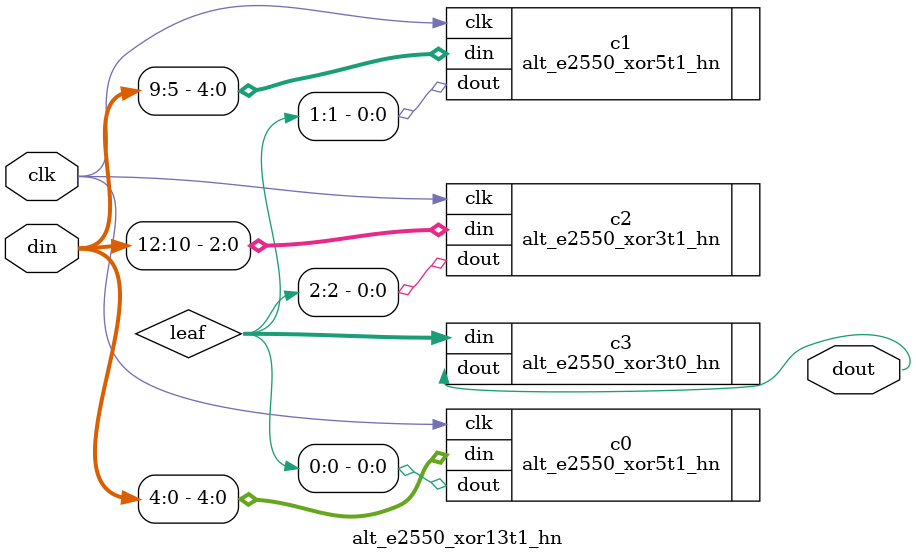
<source format=sv>


`timescale 1ps/1ps


module alt_e2550_xor13t1_hn #(
//    parameter SIM_EMULATE = 1'b0
) (
    input clk,
    input [12:0] din,
    output dout
);

wire [2:0] leaf;

alt_e2550_xor5t1_hn c0 (
    .clk(clk),
    .din(din[4:0]),
    .dout(leaf[0])
);
//defparam c0 .SIM_EMULATE = SIM_EMULATE;

alt_e2550_xor5t1_hn c1 (
    .clk(clk),
    .din(din[9:5]),
    .dout(leaf[1])
);
//defparam c1 .SIM_EMULATE = SIM_EMULATE;

alt_e2550_xor3t1_hn c2 (
    .clk(clk),
    .din(din[12:10]),
    .dout(leaf[2])
);
//defparam c2 .SIM_EMULATE = SIM_EMULATE;

alt_e2550_xor3t0_hn c3 (
    .din(leaf),
    .dout(dout)
);
//defparam c3 .SIM_EMULATE = SIM_EMULATE;

endmodule


</source>
